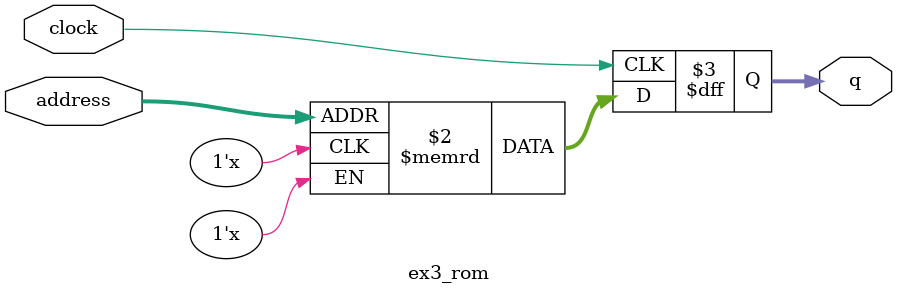
<source format=sv>
module ex3_rom (
	input logic clock,
	input logic [9:0] address,
	output logic [3:0] q
);

logic [3:0] memory [0:1023] /* synthesis ram_init_file = "./ex3/ex3.mif" */;

always_ff @ (posedge clock) begin
	q <= memory[address];
end

endmodule

</source>
